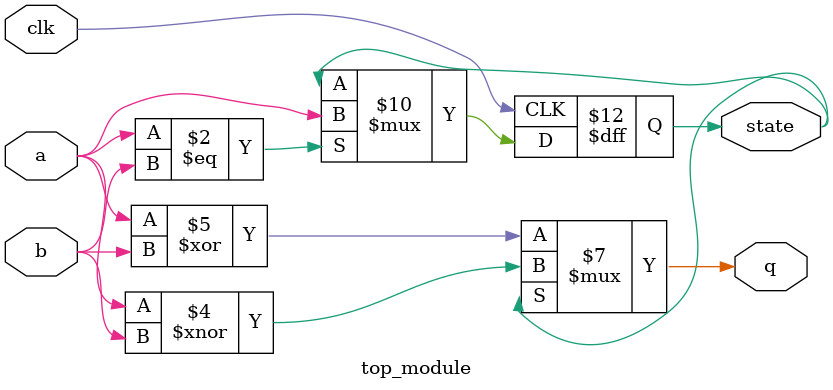
<source format=v>
module top_module (
    input clk,
    input a,
    input b,
    output q,
    output state  );
		
    always @(posedge clk)
        begin
            if(a==b)
            	state <= a;
            else 
                state <= state;
        end
    
    always @(*)
        begin
            if(state)
                q = a~^b;
            else
                q = a^b;
        end
endmodule

</source>
